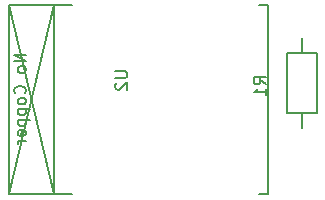
<source format=gbr>
G04 #@! TF.FileFunction,Legend,Bot*
%FSLAX46Y46*%
G04 Gerber Fmt 4.6, Leading zero omitted, Abs format (unit mm)*
G04 Created by KiCad (PCBNEW (2015-10-05 BZR 6247)-product) date Sun 11 Oct 2015 07:31:11 PM AWST*
%MOMM*%
G01*
G04 APERTURE LIST*
%ADD10C,0.100000*%
%ADD11C,0.150000*%
%ADD12C,0.152400*%
G04 APERTURE END LIST*
D10*
D11*
X199390000Y-83820000D02*
X199390000Y-88900000D01*
X199390000Y-88900000D02*
X201930000Y-88900000D01*
X201930000Y-88900000D02*
X201930000Y-83820000D01*
X201930000Y-83820000D02*
X199390000Y-83820000D01*
X200660000Y-83820000D02*
X200660000Y-82550000D01*
X200660000Y-88900000D02*
X200660000Y-90170000D01*
D12*
X175845000Y-79772000D02*
X175845000Y-95772000D01*
X175845000Y-95772000D02*
X181245000Y-95772000D01*
X175845000Y-79772000D02*
X181245000Y-79772000D01*
X197045000Y-79772000D02*
X197845000Y-79772000D01*
X197845000Y-79772000D02*
X197845000Y-95772000D01*
X197845000Y-95772000D02*
X197045000Y-95772000D01*
X175845000Y-95772000D02*
X179645000Y-79772000D01*
X175845000Y-79772000D02*
X179645000Y-95772000D01*
X179645000Y-79764000D02*
X179645000Y-95764000D01*
D11*
X197612261Y-86442254D02*
X197136070Y-86108920D01*
X197612261Y-85870825D02*
X196612261Y-85870825D01*
X196612261Y-86251778D01*
X196659880Y-86347016D01*
X196707499Y-86394635D01*
X196802737Y-86442254D01*
X196945594Y-86442254D01*
X197040832Y-86394635D01*
X197088451Y-86347016D01*
X197136070Y-86251778D01*
X197136070Y-85870825D01*
X197612261Y-87394635D02*
X197612261Y-86823206D01*
X197612261Y-87108920D02*
X196612261Y-87108920D01*
X196755118Y-87013682D01*
X196850356Y-86918444D01*
X196897975Y-86823206D01*
X184872381Y-85344095D02*
X185681905Y-85344095D01*
X185777143Y-85391714D01*
X185824762Y-85439333D01*
X185872381Y-85534571D01*
X185872381Y-85725048D01*
X185824762Y-85820286D01*
X185777143Y-85867905D01*
X185681905Y-85915524D01*
X184872381Y-85915524D01*
X184967619Y-86344095D02*
X184920000Y-86391714D01*
X184872381Y-86486952D01*
X184872381Y-86725048D01*
X184920000Y-86820286D01*
X184967619Y-86867905D01*
X185062857Y-86915524D01*
X185158095Y-86915524D01*
X185300952Y-86867905D01*
X185872381Y-86296476D01*
X185872381Y-86915524D01*
X177297381Y-83949714D02*
X176297381Y-83949714D01*
X177297381Y-84521143D01*
X176297381Y-84521143D01*
X177297381Y-85140190D02*
X177249762Y-85044952D01*
X177202143Y-84997333D01*
X177106905Y-84949714D01*
X176821190Y-84949714D01*
X176725952Y-84997333D01*
X176678333Y-85044952D01*
X176630714Y-85140190D01*
X176630714Y-85283048D01*
X176678333Y-85378286D01*
X176725952Y-85425905D01*
X176821190Y-85473524D01*
X177106905Y-85473524D01*
X177202143Y-85425905D01*
X177249762Y-85378286D01*
X177297381Y-85283048D01*
X177297381Y-85140190D01*
X177202143Y-87235429D02*
X177249762Y-87187810D01*
X177297381Y-87044953D01*
X177297381Y-86949715D01*
X177249762Y-86806857D01*
X177154524Y-86711619D01*
X177059286Y-86664000D01*
X176868810Y-86616381D01*
X176725952Y-86616381D01*
X176535476Y-86664000D01*
X176440238Y-86711619D01*
X176345000Y-86806857D01*
X176297381Y-86949715D01*
X176297381Y-87044953D01*
X176345000Y-87187810D01*
X176392619Y-87235429D01*
X177297381Y-87806857D02*
X177249762Y-87711619D01*
X177202143Y-87664000D01*
X177106905Y-87616381D01*
X176821190Y-87616381D01*
X176725952Y-87664000D01*
X176678333Y-87711619D01*
X176630714Y-87806857D01*
X176630714Y-87949715D01*
X176678333Y-88044953D01*
X176725952Y-88092572D01*
X176821190Y-88140191D01*
X177106905Y-88140191D01*
X177202143Y-88092572D01*
X177249762Y-88044953D01*
X177297381Y-87949715D01*
X177297381Y-87806857D01*
X176630714Y-88568762D02*
X177630714Y-88568762D01*
X176678333Y-88568762D02*
X176630714Y-88664000D01*
X176630714Y-88854477D01*
X176678333Y-88949715D01*
X176725952Y-88997334D01*
X176821190Y-89044953D01*
X177106905Y-89044953D01*
X177202143Y-88997334D01*
X177249762Y-88949715D01*
X177297381Y-88854477D01*
X177297381Y-88664000D01*
X177249762Y-88568762D01*
X176630714Y-89473524D02*
X177630714Y-89473524D01*
X176678333Y-89473524D02*
X176630714Y-89568762D01*
X176630714Y-89759239D01*
X176678333Y-89854477D01*
X176725952Y-89902096D01*
X176821190Y-89949715D01*
X177106905Y-89949715D01*
X177202143Y-89902096D01*
X177249762Y-89854477D01*
X177297381Y-89759239D01*
X177297381Y-89568762D01*
X177249762Y-89473524D01*
X177249762Y-90759239D02*
X177297381Y-90664001D01*
X177297381Y-90473524D01*
X177249762Y-90378286D01*
X177154524Y-90330667D01*
X176773571Y-90330667D01*
X176678333Y-90378286D01*
X176630714Y-90473524D01*
X176630714Y-90664001D01*
X176678333Y-90759239D01*
X176773571Y-90806858D01*
X176868810Y-90806858D01*
X176964048Y-90330667D01*
X177297381Y-91235429D02*
X176630714Y-91235429D01*
X176821190Y-91235429D02*
X176725952Y-91283048D01*
X176678333Y-91330667D01*
X176630714Y-91425905D01*
X176630714Y-91521144D01*
M02*

</source>
